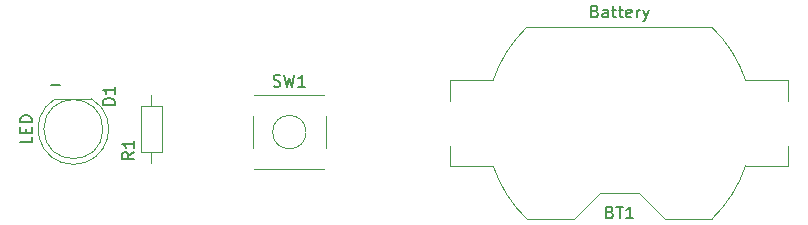
<source format=gto>
%TF.GenerationSoftware,KiCad,Pcbnew,(6.0.0-0)*%
%TF.CreationDate,2022-03-01T22:49:58-05:00*%
%TF.ProjectId,Project 1 - LED Torch,50726f6a-6563-4742-9031-202d204c4544,rev?*%
%TF.SameCoordinates,Original*%
%TF.FileFunction,Legend,Top*%
%TF.FilePolarity,Positive*%
%FSLAX46Y46*%
G04 Gerber Fmt 4.6, Leading zero omitted, Abs format (unit mm)*
G04 Created by KiCad (PCBNEW (6.0.0-0)) date 2022-03-01 22:49:58*
%MOMM*%
%LPD*%
G01*
G04 APERTURE LIST*
%ADD10C,0.150000*%
%ADD11C,0.120000*%
G04 APERTURE END LIST*
D10*
X113665047Y-102179428D02*
X114426952Y-102179428D01*
%TO.C,D1*%
X119070380Y-103862095D02*
X118070380Y-103862095D01*
X118070380Y-103624000D01*
X118118000Y-103481142D01*
X118213238Y-103385904D01*
X118308476Y-103338285D01*
X118498952Y-103290666D01*
X118641809Y-103290666D01*
X118832285Y-103338285D01*
X118927523Y-103385904D01*
X119022761Y-103481142D01*
X119070380Y-103624000D01*
X119070380Y-103862095D01*
X119070380Y-102338285D02*
X119070380Y-102909714D01*
X119070380Y-102624000D02*
X118070380Y-102624000D01*
X118213238Y-102719238D01*
X118308476Y-102814476D01*
X118356095Y-102909714D01*
X112062380Y-106560857D02*
X112062380Y-107037047D01*
X111062380Y-107037047D01*
X111538571Y-106227523D02*
X111538571Y-105894190D01*
X112062380Y-105751333D02*
X112062380Y-106227523D01*
X111062380Y-106227523D01*
X111062380Y-105751333D01*
X112062380Y-105322761D02*
X111062380Y-105322761D01*
X111062380Y-105084666D01*
X111110000Y-104941809D01*
X111205238Y-104846571D01*
X111300476Y-104798952D01*
X111490952Y-104751333D01*
X111633809Y-104751333D01*
X111824285Y-104798952D01*
X111919523Y-104846571D01*
X112014761Y-104941809D01*
X112062380Y-105084666D01*
X112062380Y-105322761D01*
%TO.C,SW1*%
X132524666Y-102276761D02*
X132667523Y-102324380D01*
X132905619Y-102324380D01*
X133000857Y-102276761D01*
X133048476Y-102229142D01*
X133096095Y-102133904D01*
X133096095Y-102038666D01*
X133048476Y-101943428D01*
X133000857Y-101895809D01*
X132905619Y-101848190D01*
X132715142Y-101800571D01*
X132619904Y-101752952D01*
X132572285Y-101705333D01*
X132524666Y-101610095D01*
X132524666Y-101514857D01*
X132572285Y-101419619D01*
X132619904Y-101372000D01*
X132715142Y-101324380D01*
X132953238Y-101324380D01*
X133096095Y-101372000D01*
X133429428Y-101324380D02*
X133667523Y-102324380D01*
X133858000Y-101610095D01*
X134048476Y-102324380D01*
X134286571Y-101324380D01*
X135191333Y-102324380D02*
X134619904Y-102324380D01*
X134905619Y-102324380D02*
X134905619Y-101324380D01*
X134810380Y-101467238D01*
X134715142Y-101562476D01*
X134619904Y-101610095D01*
%TO.C,R1*%
X120706380Y-107862666D02*
X120230190Y-108196000D01*
X120706380Y-108434095D02*
X119706380Y-108434095D01*
X119706380Y-108053142D01*
X119754000Y-107957904D01*
X119801619Y-107910285D01*
X119896857Y-107862666D01*
X120039714Y-107862666D01*
X120134952Y-107910285D01*
X120182571Y-107957904D01*
X120230190Y-108053142D01*
X120230190Y-108434095D01*
X120706380Y-106910285D02*
X120706380Y-107481714D01*
X120706380Y-107196000D02*
X119706380Y-107196000D01*
X119849238Y-107291238D01*
X119944476Y-107386476D01*
X119992095Y-107481714D01*
%TO.C,BT1*%
X161012285Y-112958571D02*
X161155142Y-113006190D01*
X161202761Y-113053809D01*
X161250380Y-113149047D01*
X161250380Y-113291904D01*
X161202761Y-113387142D01*
X161155142Y-113434761D01*
X161059904Y-113482380D01*
X160678952Y-113482380D01*
X160678952Y-112482380D01*
X161012285Y-112482380D01*
X161107523Y-112530000D01*
X161155142Y-112577619D01*
X161202761Y-112672857D01*
X161202761Y-112768095D01*
X161155142Y-112863333D01*
X161107523Y-112910952D01*
X161012285Y-112958571D01*
X160678952Y-112958571D01*
X161536095Y-112482380D02*
X162107523Y-112482380D01*
X161821809Y-113482380D02*
X161821809Y-112482380D01*
X162964666Y-113482380D02*
X162393238Y-113482380D01*
X162678952Y-113482380D02*
X162678952Y-112482380D01*
X162583714Y-112625238D01*
X162488476Y-112720476D01*
X162393238Y-112768095D01*
X159726571Y-95940571D02*
X159869428Y-95988190D01*
X159917047Y-96035809D01*
X159964666Y-96131047D01*
X159964666Y-96273904D01*
X159917047Y-96369142D01*
X159869428Y-96416761D01*
X159774190Y-96464380D01*
X159393238Y-96464380D01*
X159393238Y-95464380D01*
X159726571Y-95464380D01*
X159821809Y-95512000D01*
X159869428Y-95559619D01*
X159917047Y-95654857D01*
X159917047Y-95750095D01*
X159869428Y-95845333D01*
X159821809Y-95892952D01*
X159726571Y-95940571D01*
X159393238Y-95940571D01*
X160821809Y-96464380D02*
X160821809Y-95940571D01*
X160774190Y-95845333D01*
X160678952Y-95797714D01*
X160488476Y-95797714D01*
X160393238Y-95845333D01*
X160821809Y-96416761D02*
X160726571Y-96464380D01*
X160488476Y-96464380D01*
X160393238Y-96416761D01*
X160345619Y-96321523D01*
X160345619Y-96226285D01*
X160393238Y-96131047D01*
X160488476Y-96083428D01*
X160726571Y-96083428D01*
X160821809Y-96035809D01*
X161155142Y-95797714D02*
X161536095Y-95797714D01*
X161298000Y-95464380D02*
X161298000Y-96321523D01*
X161345619Y-96416761D01*
X161440857Y-96464380D01*
X161536095Y-96464380D01*
X161726571Y-95797714D02*
X162107523Y-95797714D01*
X161869428Y-95464380D02*
X161869428Y-96321523D01*
X161917047Y-96416761D01*
X162012285Y-96464380D01*
X162107523Y-96464380D01*
X162821809Y-96416761D02*
X162726571Y-96464380D01*
X162536095Y-96464380D01*
X162440857Y-96416761D01*
X162393238Y-96321523D01*
X162393238Y-95940571D01*
X162440857Y-95845333D01*
X162536095Y-95797714D01*
X162726571Y-95797714D01*
X162821809Y-95845333D01*
X162869428Y-95940571D01*
X162869428Y-96035809D01*
X162393238Y-96131047D01*
X163298000Y-96464380D02*
X163298000Y-95797714D01*
X163298000Y-95988190D02*
X163345619Y-95892952D01*
X163393238Y-95845333D01*
X163488476Y-95797714D01*
X163583714Y-95797714D01*
X163821809Y-95797714D02*
X164059904Y-96464380D01*
X164298000Y-95797714D02*
X164059904Y-96464380D01*
X163964666Y-96702476D01*
X163917047Y-96750095D01*
X163821809Y-96797714D01*
D11*
%TO.C,D1*%
X115569538Y-108908000D02*
G75*
G03*
X117114830Y-103358000I462J2990000D01*
G01*
X114025170Y-103358000D02*
G75*
G03*
X115570462Y-108908000I1544830J-2560000D01*
G01*
X118070000Y-105918000D02*
G75*
G03*
X118070000Y-105918000I-2500000J0D01*
G01*
X117115000Y-103358000D02*
X114025000Y-103358000D01*
%TO.C,SW1*%
X135272214Y-106172000D02*
G75*
G03*
X135272214Y-106172000I-1414214J0D01*
G01*
X130888000Y-109292000D02*
X136828000Y-109292000D01*
X130888000Y-103052000D02*
X136828000Y-103052000D01*
X130738000Y-107512000D02*
X130738000Y-104832000D01*
X136978000Y-104832000D02*
X136978000Y-107512000D01*
%TO.C,R1*%
X121254000Y-107838000D02*
X123094000Y-107838000D01*
X123094000Y-107838000D02*
X123094000Y-103998000D01*
X123094000Y-103998000D02*
X121254000Y-103998000D01*
X121254000Y-103998000D02*
X121254000Y-107838000D01*
X122174000Y-108788000D02*
X122174000Y-107838000D01*
X122174000Y-103048000D02*
X122174000Y-103998000D01*
%TO.C,BT1*%
X151105999Y-109020000D02*
G75*
G03*
X153952629Y-113521789I10692001J3610000D01*
G01*
X172490001Y-101800000D02*
G75*
G03*
X169643371Y-97298211I-10692001J-3610000D01*
G01*
X169643371Y-113521789D02*
G75*
G03*
X172490000Y-109020000I-7845371J8111789D01*
G01*
X153952629Y-97298211D02*
G75*
G03*
X151106000Y-101800000I7845371J-8111789D01*
G01*
X147488000Y-107310000D02*
X147488000Y-109020000D01*
X151106000Y-109020000D02*
X147488000Y-109020000D01*
X157938000Y-113520000D02*
X153950700Y-113520000D01*
X160138000Y-111320000D02*
X157938000Y-113520000D01*
X163458000Y-111320000D02*
X160138000Y-111320000D01*
X163458000Y-111320000D02*
X165658000Y-113520000D01*
X169645300Y-113520000D02*
X165658000Y-113520000D01*
X176108000Y-107310000D02*
X176108000Y-109020000D01*
X176108000Y-109020000D02*
X172490000Y-109020000D01*
X172490000Y-101800000D02*
X176108000Y-101800000D01*
X176108000Y-103510000D02*
X176108000Y-101800000D01*
X153950700Y-97300000D02*
X169645300Y-97300000D01*
X147488000Y-103510000D02*
X147488000Y-101800000D01*
X147488000Y-101800000D02*
X151106000Y-101800000D01*
%TD*%
M02*

</source>
